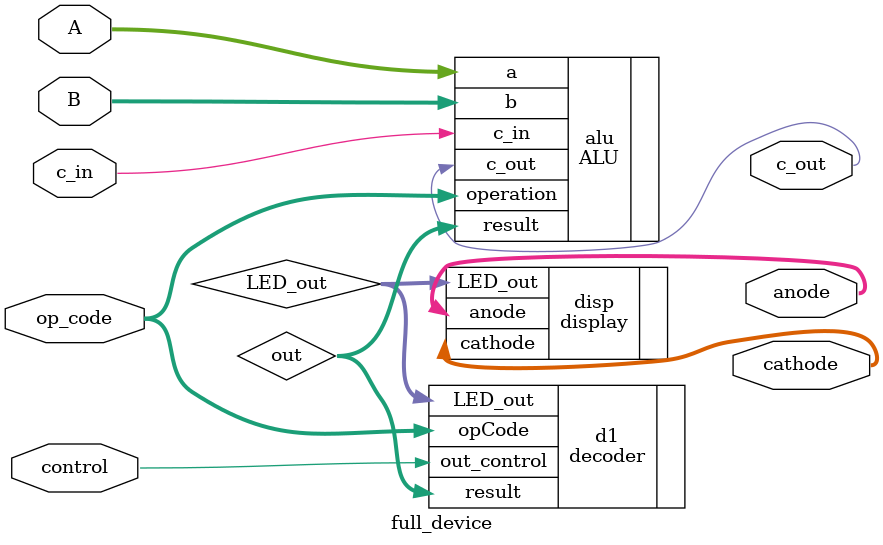
<source format=v>
`timescale 1ns / 1ps


module full_device( 
        input [3:0] op_code, 
        input [3:0] A,
        input [3:0] B,
        input c_in,
        input control,
        
        output c_out,
        output [6:0] cathode,
        output [7:0] anode
    );
    
    
    wire [3:0] out;
    wire [6:0] LED_out;
    
    ALU alu(
        .a(A), 
        .b(B), 
//        .mode(op_code[3]), 
        .operation(op_code), 
        .c_in(c_in), 
        .result(out), 
        .c_out(c_out)
    );

    
    
    decoder d1(
        .out_control(control),
        .opCode(op_code),
        .result(out),
        .LED_out(LED_out)
    );
    
    display disp(
        .LED_out(LED_out),
        .cathode(cathode),
        .anode(anode)
    );
    
    

    
endmodule

</source>
